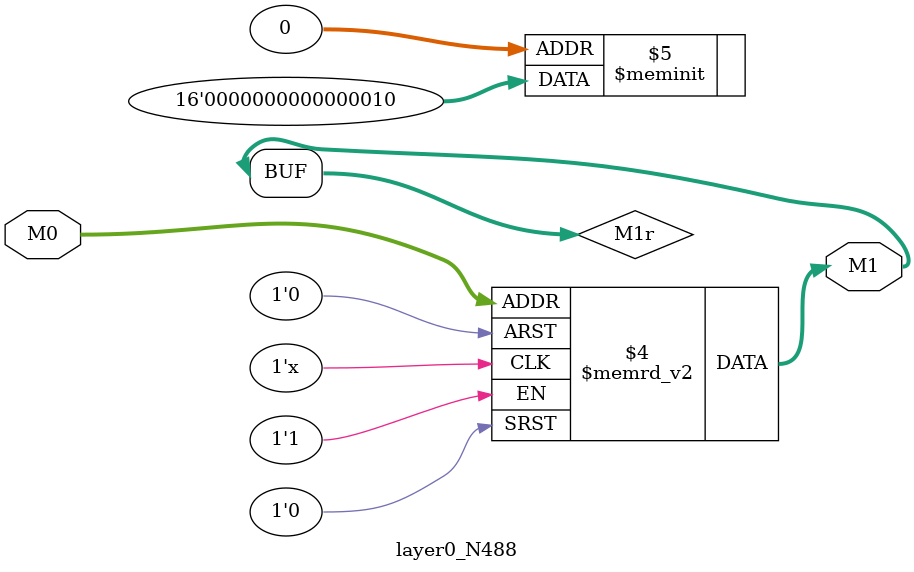
<source format=v>
module layer0_N488 ( input [2:0] M0, output [1:0] M1 );

	(*rom_style = "distributed" *) reg [1:0] M1r;
	assign M1 = M1r;
	always @ (M0) begin
		case (M0)
			3'b000: M1r = 2'b10;
			3'b100: M1r = 2'b00;
			3'b010: M1r = 2'b00;
			3'b110: M1r = 2'b00;
			3'b001: M1r = 2'b00;
			3'b101: M1r = 2'b00;
			3'b011: M1r = 2'b00;
			3'b111: M1r = 2'b00;

		endcase
	end
endmodule

</source>
